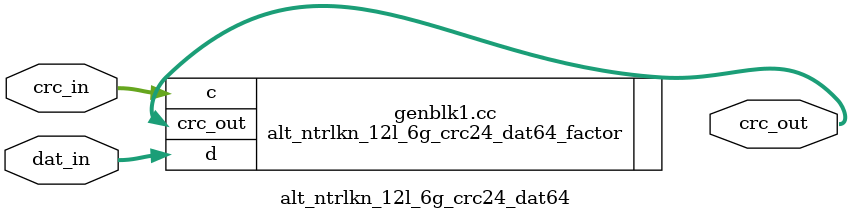
<source format=v>


`timescale 1 ps / 1 ps


module alt_ntrlkn_12l_6g_crc24_dat64 (
	input[23:0] crc_in,
	input[63:0] dat_in,
	output[23:0] crc_out
);

parameter METHOD = 1;

generate
  if (METHOD == 0)
    alt_ntrlkn_12l_6g_crc24_dat64_flat cc (.c(crc_in),.d(dat_in),.crc_out(crc_out));
  else
    alt_ntrlkn_12l_6g_crc24_dat64_factor cc (.c(crc_in),.d(dat_in),.crc_out(crc_out));
endgenerate

endmodule

</source>
